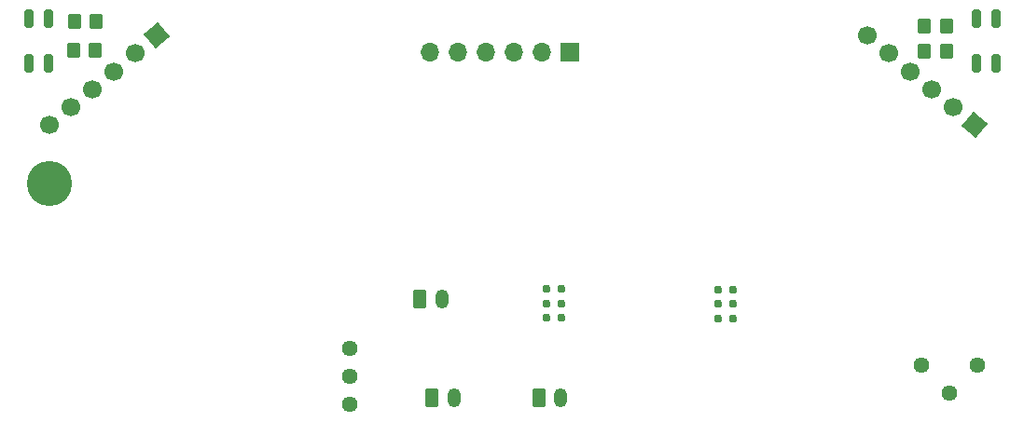
<source format=gbr>
%TF.GenerationSoftware,KiCad,Pcbnew,9.0.1+1*%
%TF.CreationDate,2025-05-17T11:18:49+02:00*%
%TF.ProjectId,WikiSumo_v25,57696b69-5375-46d6-9f5f-7632352e6b69,rev?*%
%TF.SameCoordinates,Original*%
%TF.FileFunction,Soldermask,Bot*%
%TF.FilePolarity,Negative*%
%FSLAX46Y46*%
G04 Gerber Fmt 4.6, Leading zero omitted, Abs format (unit mm)*
G04 Created by KiCad (PCBNEW 9.0.1+1) date 2025-05-17 11:18:49*
%MOMM*%
%LPD*%
G01*
G04 APERTURE LIST*
G04 Aperture macros list*
%AMRoundRect*
0 Rectangle with rounded corners*
0 $1 Rounding radius*
0 $2 $3 $4 $5 $6 $7 $8 $9 X,Y pos of 4 corners*
0 Add a 4 corners polygon primitive as box body*
4,1,4,$2,$3,$4,$5,$6,$7,$8,$9,$2,$3,0*
0 Add four circle primitives for the rounded corners*
1,1,$1+$1,$2,$3*
1,1,$1+$1,$4,$5*
1,1,$1+$1,$6,$7*
1,1,$1+$1,$8,$9*
0 Add four rect primitives between the rounded corners*
20,1,$1+$1,$2,$3,$4,$5,0*
20,1,$1+$1,$4,$5,$6,$7,0*
20,1,$1+$1,$6,$7,$8,$9,0*
20,1,$1+$1,$8,$9,$2,$3,0*%
%AMHorizOval*
0 Thick line with rounded ends*
0 $1 width*
0 $2 $3 position (X,Y) of the first rounded end (center of the circle)*
0 $4 $5 position (X,Y) of the second rounded end (center of the circle)*
0 Add line between two ends*
20,1,$1,$2,$3,$4,$5,0*
0 Add two circle primitives to create the rounded ends*
1,1,$1,$2,$3*
1,1,$1,$4,$5*%
%AMRotRect*
0 Rectangle, with rotation*
0 The origin of the aperture is its center*
0 $1 length*
0 $2 width*
0 $3 Rotation angle, in degrees counterclockwise*
0 Add horizontal line*
21,1,$1,$2,0,0,$3*%
G04 Aperture macros list end*
%ADD10RoundRect,0.250000X-0.350000X-0.625000X0.350000X-0.625000X0.350000X0.625000X-0.350000X0.625000X0*%
%ADD11O,1.200000X1.750000*%
%ADD12RotRect,1.700000X1.700000X230.000000*%
%ADD13HorizOval,1.700000X0.000000X0.000000X0.000000X0.000000X0*%
%ADD14C,1.440000*%
%ADD15RotRect,1.700000X1.700000X310.000000*%
%ADD16HorizOval,1.700000X0.000000X0.000000X0.000000X0.000000X0*%
%ADD17C,0.770000*%
%ADD18R,1.700000X1.700000*%
%ADD19O,1.700000X1.700000*%
%ADD20RoundRect,0.250000X-0.350000X-0.450000X0.350000X-0.450000X0.350000X0.450000X-0.350000X0.450000X0*%
%ADD21RoundRect,0.197500X0.197500X0.632500X-0.197500X0.632500X-0.197500X-0.632500X0.197500X-0.632500X0*%
%ADD22RoundRect,0.250000X0.350000X0.450000X-0.350000X0.450000X-0.350000X-0.450000X0.350000X-0.450000X0*%
%ADD23C,4.100000*%
G04 APERTURE END LIST*
D10*
%TO.C,J4*%
X141620000Y-96970000D03*
D11*
X143620000Y-96970000D03*
%TD*%
D12*
%TO.C,J3*%
X192000000Y-81163403D03*
D13*
X190054247Y-79530722D03*
X188108494Y-77898042D03*
X186162741Y-76265361D03*
X184216988Y-74632681D03*
X182271235Y-73000000D03*
%TD*%
D14*
%TO.C,RV2*%
X135250000Y-101420000D03*
X135250000Y-103960000D03*
X135250000Y-106500000D03*
%TD*%
D10*
%TO.C,J6*%
X152400000Y-105970000D03*
D11*
X154400000Y-105970000D03*
%TD*%
D15*
%TO.C,J1*%
X117728764Y-73000000D03*
D16*
X115783011Y-74632681D03*
X113837258Y-76265361D03*
X111891505Y-77898042D03*
X109945752Y-79530722D03*
X108000000Y-81163403D03*
%TD*%
D14*
%TO.C,RV1*%
X187130000Y-102970000D03*
X189670000Y-105510000D03*
X192210000Y-102970000D03*
%TD*%
D17*
%TO.C,U2*%
X154445000Y-98645000D03*
X154445000Y-97345000D03*
X154445000Y-96045000D03*
X153145000Y-98645000D03*
X153145000Y-97345000D03*
X153145000Y-96045000D03*
%TD*%
D10*
%TO.C,J5*%
X142700000Y-105950000D03*
D11*
X144700000Y-105950000D03*
%TD*%
D17*
%TO.C,U5*%
X170025000Y-98705000D03*
X170025000Y-97405000D03*
X170025000Y-96105000D03*
X168725000Y-98705000D03*
X168725000Y-97405000D03*
X168725000Y-96105000D03*
%TD*%
D18*
%TO.C,J2*%
X155200000Y-74500000D03*
D19*
X152660000Y-74500000D03*
X150120000Y-74500000D03*
X147580000Y-74500000D03*
X145040000Y-74500000D03*
X142500000Y-74500000D03*
%TD*%
D20*
%TO.C,R1*%
X110230000Y-71710000D03*
X112230000Y-71710000D03*
%TD*%
D21*
%TO.C,U3*%
X107900000Y-71500000D03*
X107900000Y-75500000D03*
X106100000Y-75500000D03*
X106100000Y-71500000D03*
%TD*%
D22*
%TO.C,R2*%
X112140000Y-74340000D03*
X110140000Y-74340000D03*
%TD*%
%TO.C,R3*%
X189420000Y-72160000D03*
X187420000Y-72160000D03*
%TD*%
D21*
%TO.C,U4*%
X193900000Y-71500000D03*
X193900000Y-75500000D03*
X192100000Y-75500000D03*
X192100000Y-71500000D03*
%TD*%
D20*
%TO.C,R4*%
X187390000Y-74420000D03*
X189390000Y-74420000D03*
%TD*%
D23*
X108000000Y-86500000D03*
M02*

</source>
